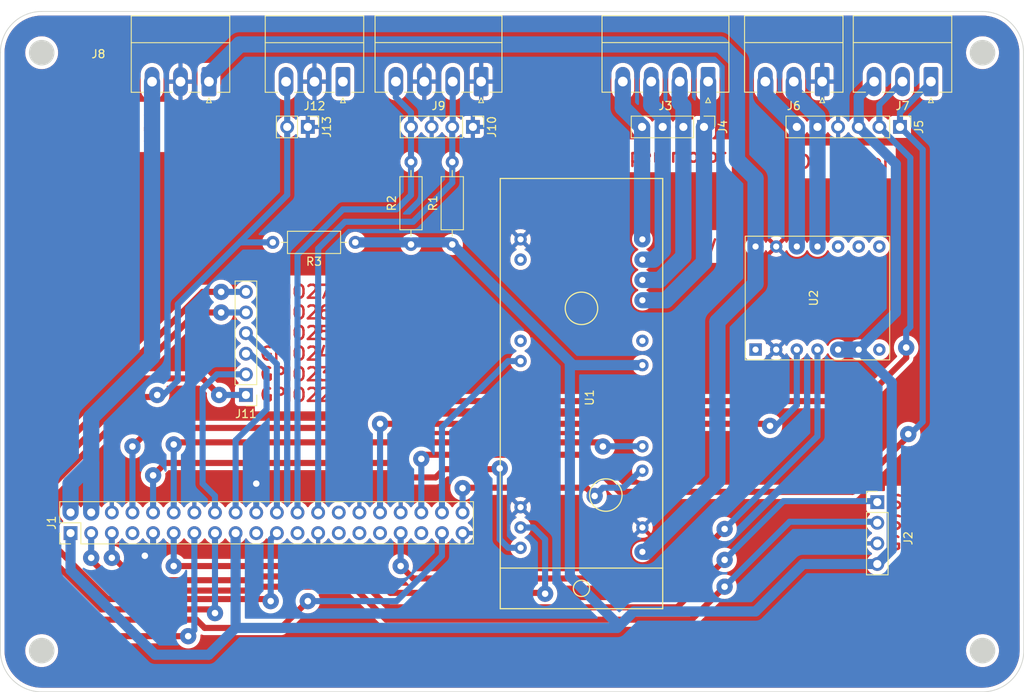
<source format=kicad_pcb>
(kicad_pcb (version 20211014) (generator pcbnew)
  (layers (0 "F.Cu" signal) (31 "B.Cu" signal) (34 "B.Paste" user) (35 "F.Paste" user) (36 "B.SilkS" user "B.Silkscreen") (37 "F.SilkS" user "F.Silkscreen") (38 "B.Mask" user) (39 "F.Mask" user) (44 "Edge.Cuts" user))
  (net 0 "")
  (net 1 "+12V")
  (net 2 "GND")
  (net 3 "Net-(J1-Pad40)")
  (net 4 "Net-(J1-Pad12)")
  (net 5 "+3.3V")
  (net 7 "Net-(J3-Pad1)")
  (net 8 "Net-(J3-Pad2)")
  (net 9 "Net-(J3-Pad3)")
  (net 10 "Net-(J3-Pad4)")
  (net 13 "Net-(J1-Pad38)")
  (net 14 "+5V")
  (net 15 "Net-(J1-Pad3)")
  (net 16 "Net-(J1-Pad5)")
  (net 17 "Net-(J1-Pad24)")
  (net 18 "Net-(J1-Pad33)")
  (net 24 "Net-(J5-Pad5)")
  (net 25 "Net-(J5-Pad6)")
  (net 27 "Net-(J1-Pad16)")
  (net 28 "Net-(J1-Pad18)")
  (net 35 "Net-(J1-Pad36)")
  (net 36 "Net-(J5-Pad2)")
  (net 37 "Net-(J1-Pad10)")
  (net 38 "Net-(J1-Pad11)")
  (net 39 "Net-(J1-Pad13)")
  (net 40 "Net-(J1-Pad15)")
  (net 41 "Net-(J1-Pad21)")
  (net 42 "Net-(J1-Pad22)")
  (net 43 "Net-(U2-Pad3)")
  (net 45 "Net-(J1-Pad37)")
  (net 47 "Net-(J10-Pad2)")
  (footprint "Resistor_THT:R_Axial_DIN0207_L6.3mm_D2.5mm_P10.16mm_Horizontal" (layer "F.Cu") (at 180.848 69.088 180)
    (fp_text reference "R3" (at 5.08 -2.37) (layer "F.SilkS"))
    (fp_text value "10k")
    (pad "1" thru_hole circle (at 0 0 180) (size 1.6 1.6) (drill 0.8) (layers *.Cu *.Mask) (net 5 "+3.3V"))
    (pad "2" thru_hole oval (at 10.16 0 180) (size 1.6 1.6) (drill 0.8) (layers *.Cu *.Mask) (net 41 "Net-(J1-Pad21)"))
  )
  (footprint "Resistor_THT:R_Axial_DIN0207_L6.3mm_D2.5mm_P10.16mm_Horizontal" (layer "F.Cu") (at 192.786 69.342 90)
    (fp_text reference "R1" (at 5.08 -2.37 90) (layer "F.SilkS"))
    (fp_text value "10k")
    (pad "1" thru_hole circle (at 0 0 90) (size 1.6 1.6) (drill 0.8) (layers *.Cu *.Mask) (net 5 "+3.3V"))
    (pad "2" thru_hole oval (at 10.16 0 90) (size 1.6 1.6) (drill 0.8) (layers *.Cu *.Mask) (net 47 "Net-(J10-Pad2)"))
  )
  (footprint "Connector_PinHeader_2.54mm:PinHeader_1x04_P2.54mm_Vertical" (layer "F.Cu") (at 223.774 54.864 -90)
    (fp_text reference "J4" (at 0 -2.33 90) (layer "F.SilkS"))
    (fp_text value "Conn_01x04_Male")
    (pad "1" thru_hole rect (at 0 0 270) (size 1.7 1.7) (drill 1) (layers *.Cu *.Mask) (net 7 "Net-(J3-Pad1)"))
    (pad "2" thru_hole oval (at 0 2.54 270) (size 1.7 1.7) (drill 1) (layers *.Cu *.Mask) (net 8 "Net-(J3-Pad2)"))
    (pad "3" thru_hole oval (at 0 5.08 270) (size 1.7 1.7) (drill 1) (layers *.Cu *.Mask) (net 9 "Net-(J3-Pad3)"))
    (pad "4" thru_hole oval (at 0 7.62 270) (size 1.7 1.7) (drill 1) (layers *.Cu *.Mask) (net 10 "Net-(J3-Pad4)"))
  )
  (footprint "Connector_PinHeader_2.54mm:PinHeader_2x20_P2.54mm_Vertical" (layer "F.Cu") (at 145.796 104.902 90)
    (fp_text reference "J1" (at 1.27 -2.33 90) (layer "F.SilkS"))
    (fp_text value "Raspberry_Pi_2_3")
    (pad "1" thru_hole rect (at 0 0 90) (size 1.7 1.7) (drill 1) (layers *.Cu *.Mask) (net 5 "+3.3V"))
    (pad "2" thru_hole oval (at 2.54 0 90) (size 1.7 1.7) (drill 1) (layers *.Cu *.Mask) (net 14 "+5V"))
    (pad "3" thru_hole oval (at 0 2.54 90) (size 1.7 1.7) (drill 1) (layers *.Cu *.Mask) (net 15 "Net-(J1-Pad3)"))
    (pad "4" thru_hole oval (at 2.54 2.54 90) (size 1.7 1.7) (drill 1) (layers *.Cu *.Mask) (net 14 "+5V"))
    (pad "5" thru_hole oval (at 0 5.08 90) (size 1.7 1.7) (drill 1) (layers *.Cu *.Mask) (net 16 "Net-(J1-Pad5)"))
    (pad "6" thru_hole oval (at 2.54 5.08 90) (size 1.7 1.7) (drill 1) (layers *.Cu *.Mask) (net 2 "GND"))
    (pad "7" thru_hole oval (at 0 7.62 90) (size 1.7 1.7) (drill 1) (layers *.Cu *.Mask))
    (pad "8" thru_hole oval (at 2.54 7.62 90) (size 1.7 1.7) (drill 1) (layers *.Cu *.Mask) (net 36 "Net-(J5-Pad2)"))
    (pad "9" thru_hole oval (at 0 10.16 90) (size 1.7 1.7) (drill 1) (layers *.Cu *.Mask) (net 2 "GND"))
    (pad "10" thru_hole oval (at 2.54 10.16 90) (size 1.7 1.7) (drill 1) (layers *.Cu *.Mask) (net 37 "Net-(J1-Pad10)"))
    (pad "11" thru_hole oval (at 0 12.7 90) (size 1.7 1.7) (drill 1) (layers *.Cu *.Mask) (net 38 "Net-(J1-Pad11)"))
    (pad "12" thru_hole oval (at 2.54 12.7 90) (size 1.7 1.7) (drill 1) (layers *.Cu *.Mask) (net 4 "Net-(J1-Pad12)"))
    (pad "13" thru_hole oval (at 0 15.24 90) (size 1.7 1.7) (drill 1) (layers *.Cu *.Mask) (net 39 "Net-(J1-Pad13)"))
    (pad "14" thru_hole oval (at 2.54 15.24 90) (size 1.7 1.7) (drill 1) (layers *.Cu *.Mask) (net 2 "GND"))
    (pad "15" thru_hole oval (at 0 17.78 90) (size 1.7 1.7) (drill 1) (layers *.Cu *.Mask) (net 40 "Net-(J1-Pad15)"))
    (pad "16" thru_hole oval (at 2.54 17.78 90) (size 1.7 1.7) (drill 1) (layers *.Cu *.Mask) (net 27 "Net-(J1-Pad16)"))
    (pad "17" thru_hole oval (at 0 20.32 90) (size 1.7 1.7) (drill 1) (layers *.Cu *.Mask) (net 5 "+3.3V"))
    (pad "18" thru_hole oval (at 2.54 20.32 90) (size 1.7 1.7) (drill 1) (layers *.Cu *.Mask) (net 28 "Net-(J1-Pad18)"))
    (pad "19" thru_hole oval (at 0 22.86 90) (size 1.7 1.7) (drill 1) (layers *.Cu *.Mask))
    (pad "20" thru_hole oval (at 2.54 22.86 90) (size 1.7 1.7) (drill 1) (layers *.Cu *.Mask) (net 2 "GND"))
    (pad "21" thru_hole oval (at 0 25.4 90) (size 1.7 1.7) (drill 1) (layers *.Cu *.Mask) (net 41 "Net-(J1-Pad21)"))
    (pad "22" thru_hole oval (at 2.54 25.4 90) (size 1.7 1.7) (drill 1) (layers *.Cu *.Mask) (net 42 "Net-(J1-Pad22)"))
    (pad "23" thru_hole oval (at 0 27.94 90) (size 1.7 1.7) (drill 1) (layers *.Cu *.Mask))
    (pad "24" thru_hole oval (at 2.54 27.94 90) (size 1.7 1.7) (drill 1) (layers *.Cu *.Mask) (net 17 "Net-(J1-Pad24)"))
    (pad "25" thru_hole oval (at 0 30.48 90) (size 1.7 1.7) (drill 1) (layers *.Cu *.Mask) (net 2 "GND"))
    (pad "26" thru_hole oval (at 2.54 30.48 90) (size 1.7 1.7) (drill 1) (layers *.Cu *.Mask) (net 47 "Net-(J10-Pad2)"))
    (pad "27" thru_hole oval (at 0 33.02 90) (size 1.7 1.7) (drill 1) (layers *.Cu *.Mask))
    (pad "28" thru_hole oval (at 2.54 33.02 90) (size 1.7 1.7) (drill 1) (layers *.Cu *.Mask))
    (pad "29" thru_hole oval (at 0 35.56 90) (size 1.7 1.7) (drill 1) (layers *.Cu *.Mask))
    (pad "30" thru_hole oval (at 2.54 35.56 90) (size 1.7 1.7) (drill 1) (layers *.Cu *.Mask) (net 2 "GND"))
    (pad "31" thru_hole oval (at 0 38.1 90) (size 1.7 1.7) (drill 1) (layers *.Cu *.Mask))
    (pad "32" thru_hole oval (at 2.54 38.1 90) (size 1.7 1.7) (drill 1) (layers *.Cu *.Mask) (net 43 "Net-(U2-Pad3)"))
    (pad "33" thru_hole oval (at 0 40.64 90) (size 1.7 1.7) (drill 1) (layers *.Cu *.Mask) (net 18 "Net-(J1-Pad33)"))
    (pad "34" thru_hole oval (at 2.54 40.64 90) (size 1.7 1.7) (drill 1) (layers *.Cu *.Mask) (net 2 "GND"))
    (pad "35" thru_hole oval (at 0 43.18 90) (size 1.7 1.7) (drill 1) (layers *.Cu *.Mask))
    (pad "36" thru_hole oval (at 2.54 43.18 90) (size 1.7 1.7) (drill 1) (layers *.Cu *.Mask) (net 35 "Net-(J1-Pad36)"))
    (pad "37" thru_hole oval (at 0 45.72 90) (size 1.7 1.7) (drill 1) (layers *.Cu *.Mask) (net 45 "Net-(J1-Pad37)"))
    (pad "38" thru_hole oval (at 2.54 45.72 90) (size 1.7 1.7) (drill 1) (layers *.Cu *.Mask) (net 13 "Net-(J1-Pad38)"))
    (pad "39" thru_hole oval (at 0 48.26 90) (size 1.7 1.7) (drill 1) (layers *.Cu *.Mask) (net 2 "GND"))
    (pad "40" thru_hole oval (at 2.54 48.26 90) (size 1.7 1.7) (drill 1) (layers *.Cu *.Mask) (net 3 "Net-(J1-Pad40)"))
  )
  (footprint "Connector_Phoenix_MC:PhoenixContact_MC_1,5_3-G-3.5_1x03_P3.50mm_Horizontal" (layer "F.Cu") (at 162.83 49.2875 180)
    (fp_text reference "J8" (at 13.605 3.4) (layer "F.SilkS"))
    (fp_text value "Conn_01x03_Male")
    (pad "1" thru_hole roundrect (at 0 0 180) (size 1.8 3.6) (drill 1.2) (layers *.Cu *.Mask) (roundrect_rratio 0.1388888889) (net 1 "+12V"))
    (pad "2" thru_hole oval (at 3.5 0 180) (size 1.8 3.6) (drill 1.2) (layers *.Cu *.Mask) (net 2 "GND"))
    (pad "3" thru_hole oval (at 7 0 180) (size 1.8 3.6) (drill 1.2) (layers *.Cu *.Mask) (net 14 "+5V"))
  )
  (footprint "Connector_Phoenix_MC:PhoenixContact_MC_1,5_4-G-3.5_1x04_P3.50mm_Horizontal" (layer "F.Cu") (at 196.342 49.276 180)
    (fp_text reference "J9" (at 5.25 -3) (layer "F.SilkS"))
    (fp_text value "Conn_01x04_Male")
    (pad "1" thru_hole roundrect (at 0 0 180) (size 1.8 3.6) (drill 1.2) (layers *.Cu *.Mask) (roundrect_rratio 0.1388888889) (net 2 "GND"))
    (pad "2" thru_hole oval (at 3.5 0 180) (size 1.8 3.6) (drill 1.2) (layers *.Cu *.Mask) (net 47 "Net-(J10-Pad2)"))
    (pad "3" thru_hole oval (at 7 0 180) (size 1.8 3.6) (drill 1.2) (layers *.Cu *.Mask) (net 2 "GND"))
    (pad "4" thru_hole oval (at 10.5 0 180) (size 1.8 3.6) (drill 1.2) (layers *.Cu *.Mask) (net 17 "Net-(J1-Pad24)"))
  )
  (footprint "Connector_PinHeader_2.54mm:PinHeader_1x04_P2.54mm_Vertical" (layer "F.Cu") (at 245.11 101.092)
    (fp_text reference "J2" (at 3.81 4.445 90) (layer "F.SilkS"))
    (fp_text value "Conn_01x04_Male")
    (pad "1" thru_hole rect (at 0 0) (size 1.7 1.7) (drill 1) (layers *.Cu *.Mask) (net 16 "Net-(J1-Pad5)"))
    (pad "2" thru_hole oval (at 0 2.54) (size 1.7 1.7) (drill 1) (layers *.Cu *.Mask) (net 15 "Net-(J1-Pad3)"))
    (pad "3" thru_hole oval (at 0 5.08) (size 1.7 1.7) (drill 1) (layers *.Cu *.Mask) (net 2 "GND"))
    (pad "4" thru_hole oval (at 0 7.62) (size 1.7 1.7) (drill 1) (layers *.Cu *.Mask) (net 5 "+3.3V"))
  )
  (footprint "Resistor_THT:R_Axial_DIN0207_L6.3mm_D2.5mm_P10.16mm_Horizontal" (layer "F.Cu") (at 187.706 69.342 90)
    (fp_text reference "R2" (at 5.08 -2.37 90) (layer "F.SilkS"))
    (fp_text value "10k")
    (pad "1" thru_hole circle (at 0 0 90) (size 1.6 1.6) (drill 0.8) (layers *.Cu *.Mask) (net 5 "+3.3V"))
    (pad "2" thru_hole oval (at 10.16 0 90) (size 1.6 1.6) (drill 0.8) (layers *.Cu *.Mask) (net 17 "Net-(J1-Pad24)"))
  )
  (footprint "Connector_Phoenix_MC:PhoenixContact_MC_1,5_3-G-3.5_1x03_P3.50mm_Horizontal" (layer "F.Cu") (at 238.329 49.276 180)
    (fp_text reference "J6" (at 3.5 -3) (layer "F.SilkS"))
    (fp_text value "Conn_01x03_Male")
    (pad "1" thru_hole roundrect (at 0 0 180) (size 1.8 3.6) (drill 1.2) (layers *.Cu *.Mask) (roundrect_rratio 0.1388888889) (net 2 "GND"))
    (pad "2" thru_hole oval (at 3.5 0 180) (size 1.8 3.6) (drill 1.2) (layers *.Cu *.Mask) (net 24 "Net-(J5-Pad5)"))
    (pad "3" thru_hole oval (at 7 0 180) (size 1.8 3.6) (drill 1.2) (layers *.Cu *.Mask) (net 25 "Net-(J5-Pad6)"))
  )
  (footprint "Connector_PinHeader_2.54mm:PinHeader_1x02_P2.54mm_Vertical" (layer "F.Cu") (at 175.006 54.864 -90)
    (fp_text reference "J13" (at 0 -2.33 90) (layer "F.SilkS"))
    (fp_text value "Conn_01x02_Male")
    (pad "1" thru_hole rect (at 0 0 270) (size 1.7 1.7) (drill 1) (layers *.Cu *.Mask) (net 2 "GND"))
    (pad "2" thru_hole oval (at 0 2.54 270) (size 1.7 1.7) (drill 1) (layers *.Cu *.Mask) (net 41 "Net-(J1-Pad21)"))
  )
  (footprint "Connector_PinHeader_2.54mm:PinHeader_1x06_P2.54mm_Vertical" (layer "F.Cu") (at 247.904 54.864 -90)
    (fp_text reference "J5" (at 0 -2.33 -270) (layer "F.SilkS"))
    (fp_text value "Conn_01x06_Male")
    (pad "1" thru_hole rect (at 0 0 270) (size 1.7 1.7) (drill 1) (layers *.Cu *.Mask) (net 35 "Net-(J1-Pad36)"))
    (pad "2" thru_hole oval (at 0 2.54 270) (size 1.7 1.7) (drill 1) (layers *.Cu *.Mask) (net 36 "Net-(J5-Pad2)"))
    (pad "3" thru_hole oval (at 0 5.08 270) (size 1.7 1.7) (drill 1) (layers *.Cu *.Mask) (net 5 "+3.3V"))
    (pad "4" thru_hole oval (at 0 7.62 270) (size 1.7 1.7) (drill 1) (layers *.Cu *.Mask) (net 2 "GND"))
    (pad "5" thru_hole oval (at 0 10.16 270) (size 1.7 1.7) (drill 1) (layers *.Cu *.Mask) (net 24 "Net-(J5-Pad5)"))
    (pad "6" thru_hole oval (at 0 12.7 270) (size 1.7 1.7) (drill 1) (layers *.Cu *.Mask) (net 25 "Net-(J5-Pad6)"))
  )
  (footprint "Connector_PinHeader_2.54mm:PinHeader_1x06_P2.54mm_Vertical" (layer "F.Cu") (at 167.386 87.884 180)
    (fp_text reference "J11" (at 0 -2.33) (layer "F.SilkS"))
    (fp_text value "Conn_01x06_Male")
    (pad "1" thru_hole rect (at 0 0 180) (size 1.7 1.7) (drill 1) (layers *.Cu *.Mask) (net 40 "Net-(J1-Pad15)"))
    (pad "2" thru_hole oval (at 0 2.54 180) (size 1.7 1.7) (drill 1) (layers *.Cu *.Mask) (net 27 "Net-(J1-Pad16)"))
    (pad "3" thru_hole oval (at 0 5.08 180) (size 1.7 1.7) (drill 1) (layers *.Cu *.Mask) (net 28 "Net-(J1-Pad18)"))
    (pad "4" thru_hole oval (at 0 7.62 180) (size 1.7 1.7) (drill 1) (layers *.Cu *.Mask) (net 42 "Net-(J1-Pad22)"))
    (pad "5" thru_hole oval (at 0 10.16 180) (size 1.7 1.7) (drill 1) (layers *.Cu *.Mask) (net 45 "Net-(J1-Pad37)"))
    (pad "6" thru_hole oval (at 0 12.7 180) (size 1.7 1.7) (drill 1) (layers *.Cu *.Mask) (net 39 "Net-(J1-Pad13)"))
  )
  (footprint "Connector_PinHeader_2.54mm:PinHeader_1x04_P2.54mm_Vertical" (layer "F.Cu") (at 195.326 54.864 -90)
    (fp_text reference "J10" (at 0 -2.33 90) (layer "F.SilkS"))
    (fp_text value "Conn_01x04_Male")
    (pad "1" thru_hole rect (at 0 0 270) (size 1.7 1.7) (drill 1) (layers *.Cu *.Mask) (net 2 "GND"))
    (pad "2" thru_hole oval (at 0 2.54 270) (size 1.7 1.7) (drill 1) (layers *.Cu *.Mask) (net 47 "Net-(J10-Pad2)"))
    (pad "3" thru_hole oval (at 0 5.08 270) (size 1.7 1.7) (drill 1) (layers *.Cu *.Mask) (net 2 "GND"))
    (pad "4" thru_hole oval (at 0 7.62 270) (size 1.7 1.7) (drill 1) (layers *.Cu *.Mask) (net 17 "Net-(J1-Pad24)"))
  )
  (footprint "Custom:DRV8874 Single Brushed DC Motor Driver" (layer "F.Cu") (at 230.124 82.296 90)
    (fp_text reference "U2" (at 6.35 7.16 90 unlocked) (layer "F.SilkS"))
    (fp_text value "DRV8874_Single_Brushed_DC_Motor_Driver")
    (pad "1" thru_hole rect (at 0 0 90) (size 1.524 1.524) (drill 0.762) (layers *.Cu *.Mask))
    (pad "2" thru_hole circle (at 0 2.54 90) (size 1.524 1.524) (drill 0.762) (layers *.Cu *.Mask) (net 2 "GND"))
    (pad "3" thru_hole circle (at 0 5.08 90) (size 1.524 1.524) (drill 0.762) (layers *.Cu *.Mask) (net 43 "Net-(U2-Pad3)"))
    (pad "4" thru_hole circle (at 0 7.62 90) (size 1.524 1.524) (drill 0.762) (layers *.Cu *.Mask) (net 18 "Net-(J1-Pad33)"))
    (pad "5" thru_hole circle (at 0 10.16 90) (size 1.524 1.524) (drill 0.762) (layers *.Cu *.Mask) (net 5 "+3.3V"))
    (pad "6" thru_hole circle (at 0 12.7 90) (size 1.524 1.524) (drill 0.762) (layers *.Cu *.Mask) (net 5 "+3.3V"))
    (pad "7" thru_hole circle (at 0 15.24 90) (size 1.524 1.524) (drill 0.762) (layers *.Cu *.Mask))
    (pad "8" thru_hole circle (at 12.7 15.24 90) (size 1.524 1.524) (drill 0.762) (layers *.Cu *.Mask))
    (pad "9" thru_hole circle (at 12.7 12.7 90) (size 1.524 1.524) (drill 0.762) (layers *.Cu *.Mask))
    (pad "10" thru_hole circle (at 12.7 10.16 90) (size 1.524 1.524) (drill 0.762) (layers *.Cu *.Mask))
    (pad "11" thru_hole circle (at 12.7 7.62 90) (size 1.524 1.524) (drill 0.762) (layers *.Cu *.Mask) (net 24 "Net-(J5-Pad5)"))
    (pad "12" thru_hole circle (at 12.7 5.08 90) (size 1.524 1.524) (drill 0.762) (layers *.Cu *.Mask) (net 25 "Net-(J5-Pad6)"))
    (pad "13" thru_hole circle (at 12.7 2.54 90) (size 1.524 1.524) (drill 0.762) (layers *.Cu *.Mask) (net 2 "GND"))
    (pad "14" thru_hole circle (at 12.7 0 90) (size 1.524 1.524) (drill 0.762) (layers *.Cu *.Mask) (net 1 "+12V"))
  )
  (footprint "Connector_Phoenix_MC:PhoenixContact_MC_1,5_3-G-3.5_1x03_P3.50mm_Horizontal" (layer "F.Cu") (at 251.714 49.276 180)
    (fp_text reference "J7" (at 3.5 -3) (layer "F.SilkS"))
    (fp_text value "Conn_01x03_Male")
    (pad "1" thru_hole roundrect (at 0 0 180) (size 1.8 3.6) (drill 1.2) (layers *.Cu *.Mask) (roundrect_rratio 0.1388888889) (net 35 "Net-(J1-Pad36)"))
    (pad "2" thru_hole oval (at 3.5 0 180) (size 1.8 3.6) (drill 1.2) (layers *.Cu *.Mask) (net 36 "Net-(J5-Pad2)"))
    (pad "3" thru_hole oval (at 7 0 180) (size 1.8 3.6) (drill 1.2) (layers *.Cu *.Mask) (net 5 "+3.3V"))
  )
  (footprint "easy_stepper_driver:easy_stepper_driver" (layer "F.Cu") (at 218.694 61.214 90)
    (fp_text reference "U1" (at -27 -9 90) (layer "F.SilkS"))
    (fp_text value "easy_stepper_driver")
    (pad "1" thru_hole circle locked (at -46 -2.5 90) (size 1.524 1.524) (drill 0.762) (layers *.Cu *.Mask) (net 1 "+12V"))
    (pad "2" thru_hole circle locked (at -43 -2.5 90) (size 1.524 1.524) (drill 0.762) (layers *.Cu *.Mask) (net 2 "GND"))
    (pad "3" thru_hole circle locked (at -36 -2.5 90) (size 1.524 1.524) (drill 0.762) (layers *.Cu *.Mask) (net 3 "Net-(J1-Pad40)"))
    (pad "4" thru_hole circle locked (at -33 -2.5 90) (size 1.524 1.524) (drill 0.762) (layers *.Cu *.Mask) (net 4 "Net-(J1-Pad12)"))
    (pad "5" thru_hole circle locked (at -23 -2.5 90) (size 1.524 1.524) (drill 0.762) (layers *.Cu *.Mask) (net 5 "+3.3V"))
    (pad "6" thru_hole circle locked (at -20 -2.5 90) (size 1.524 1.524) (drill 0.762) (layers *.Cu *.Mask))
    (pad "7" thru_hole circle locked (at -15 -2.5 90) (size 1.524 1.524) (drill 0.762) (layers *.Cu *.Mask) (net 7 "Net-(J3-Pad1)"))
    (pad "8" thru_hole circle locked (at -12.5 -2.5 90) (size 1.524 1.524) (drill 0.762) (layers *.Cu *.Mask) (net 8 "Net-(J3-Pad2)"))
    (pad "9" thru_hole circle locked (at -10 -2.5 90) (size 1.524 1.524) (drill 0.762) (layers *.Cu *.Mask) (net 9 "Net-(J3-Pad3)"))
    (pad "10" thru_hole circle locked (at -7.5 -2.5 90) (size 1.524 1.524) (drill 0.762) (layers *.Cu *.Mask) (net 10 "Net-(J3-Pad4)"))
    (pad "11" thru_hole circle locked (at -7.5 -17.5 90) (size 1.524 1.524) (drill 0.762) (layers *.Cu *.Mask) (net 2 "GND"))
    (pad "12" thru_hole circle locked (at -10 -17.5 90) (size 1.524 1.524) (drill 0.762) (layers *.Cu *.Mask))
    (pad "13" thru_hole circle locked (at -20 -17.5 90) (size 1.524 1.524) (drill 0.762) (layers *.Cu *.Mask))
    (pad "14" thru_hole circle locked (at -22.5 -17.5 90) (size 1.524 1.524) (drill 0.762) (layers *.Cu *.Mask) (net 13 "Net-(J1-Pad38)"))
    (pad "15" thru_hole circle locked (at -40.5 -17.5 90) (size 1.524 1.524) (drill 0.762) (layers *.Cu *.Mask) (net 2 "GND"))
    (pad "16" thru_hole circle locked (at -43 -17.5 90) (size 1.524 1.524) (drill 0.762) (layers *.Cu *.Mask) (net 38 "Net-(J1-Pad11)"))
    (pad "17" thru_hole circle locked (at -45.5 -17.5 90) (size 1.524 1.524) (drill 0.762) (layers *.Cu *.Mask) (net 37 "Net-(J1-Pad10)"))
  )
  (footprint "Connector_Phoenix_MC:PhoenixContact_MC_1,5_4-G-3.5_1x04_P3.50mm_Horizontal" (layer "F.Cu") (at 224.282 49.276 180)
    (fp_text reference "J3" (at 5.25 -3) (layer "F.SilkS"))
    (fp_text value "Conn_01x04_Male")
    (pad "1" thru_hole roundrect (at 0 0 180) (size 1.8 3.6) (drill 1.2) (layers *.Cu *.Mask) (roundrect_rratio 0.1388888889) (net 7 "Net-(J3-Pad1)"))
    (pad "2" thru_hole oval (at 3.5 0 180) (size 1.8 3.6) (drill 1.2) (layers *.Cu *.Mask) (net 8 "Net-(J3-Pad2)"))
    (pad "3" thru_hole oval (at 7 0 180) (size 1.8 3.6) (drill 1.2) (layers *.Cu *.Mask) (net 9 "Net-(J3-Pad3)"))
    (pad "4" thru_hole oval (at 10.5 0 180) (size 1.8 3.6) (drill 1.2) (layers *.Cu *.Mask) (net 10 "Net-(J3-Pad4)"))
  )
  (footprint "Connector_Phoenix_MC:PhoenixContact_MC_1,5_3-G-3.5_1x03_P3.50mm_Horizontal" (layer "F.Cu") (at 179.324 49.2875 180)
    (fp_text reference "J12" (at 3.5 -3) (layer "F.SilkS"))
    (fp_text value "Conn_01x03_Male")
    (pad "1" thru_hole roundrect (at 0 0 180) (size 1.8 3.6) (drill 1.2) (layers *.Cu *.Mask) (roundrect_rratio 0.1388888889))
    (pad "2" thru_hole oval (at 3.5 0 180) (size 1.8 3.6) (drill 1.2) (layers *.Cu *.Mask) (net 2 "GND"))
    (pad "3" thru_hole oval (at 7 0 180) (size 1.8 3.6) (drill 1.2) (layers *.Cu *.Mask) (net 41 "Net-(J1-Pad21)"))
  )
  (gr_arc (start 137.16 45.72) (mid 138.647898 42.127898) (end 142.24 40.64) (layer "Edge.Cuts") (width 0.1))
  (gr_circle (center 258.064 45.72) (end 259.588 45.72) (layer "Edge.Cuts") (width 0.1) (fill solid))
  (gr_circle (center 258.064 119.38) (end 259.588 119.38) (layer "Edge.Cuts") (width 0.1) (fill solid))
  (gr_arc (start 142.24 124.46) (mid 138.647898 122.972102) (end 137.16 119.38) (layer "Edge.Cuts") (width 0.1))
  (gr_line (start 258.027898 40.64) (end 142.24 40.64) (layer "Edge.Cuts") (width 0.1))
  (gr_circle (center 142.24 45.72) (end 143.764 45.72) (layer "Edge.Cuts") (width 0.1) (fill solid))
  (gr_arc (start 258.027898 40.64) (mid 261.62 42.127898) (end 263.107898 45.72) (layer "Edge.Cuts") (width 0.1))
  (gr_circle (center 142.24 119.38) (end 143.764 119.38) (layer "Edge.Cuts") (width 0.1) (fill solid))
  (gr_line (start 263.144 119.38) (end 263.107898 45.756102) (layer "Edge.Cuts") (width 0.1))
  (gr_line (start 142.24 124.46) (end 258.064 124.46) (layer "Edge.Cuts") (width 0.1))
  (gr_line (start 137.16 45.72) (end 137.16 119.38) (layer "Edge.Cuts") (width 0.1))
  (gr_arc (start 263.144 119.38) (mid 261.656102 122.972102) (end 258.064 124.46) (layer "Edge.Cuts") (width 0.1))
  (gr_text "GPIO25" (at 173.482 80.264) (layer "F.Cu") (effects (font (size 1.6 1.6) (thickness 0.3))))
  (gr_text "DC motor\n" (at 241.046 59.182) (layer "F.Cu") (effects (font (size 1.6 1.6) (thickness 0.3))))
  (gr_text "GPIO22\n" (at 173.482 87.884) (layer "F.Cu") (effects (font (size 1.6 1.6) (thickness 0.3))))
  (gr_text "SCL" (at 248.92 101.092) (layer "F.Cu") (effects (font (size 1.6 1.6) (thickness 0.3))))
  (gr_text "GPIO23\n" (at 173.482 85.344) (layer "F.Cu") (effects (font (size 1.6 1.6) (thickness 0.3))))
  (gr_text "Stepper motor" (at 217.932 58.42) (layer "F.Cu") (effects (font (size 1.6 1.6) (thickness 0.3))))
  (gr_text "+12V\n" (at 162.814 55.88 270) (layer "F.Cu") (effects (font (size 1.6 1.7) (thickness 0.3))))
  (gr_text "+3.3V" (at 250.698 108.712) (layer "F.Cu") (effects (font (size 1.6 1.8) (thickness 0.3))))
  (gr_text "GND" (at 248.92 106.172) (layer "F.Cu") (effects (font (size 1.6 1.6) (thickness 0.3))))
  (gr_text "VIN" (at 225.806 69.596) (layer "F.Cu") (effects (font (size 1.6 1.6) (thickness 0.3))))
  (gr_text "SDA" (at 248.92 103.632) (layer "F.Cu") (effects (font (size 1.6 1.6) (thickness 0.3))))
  (gr_text "+5V" (at 155.702 54.864 270) (layer "F.Cu") (effects (font (size 1.6 1.6) (thickness 0.3))))
  (gr_text "GPIO24\n" (at 173.482 82.804) (layer "F.Cu") (effects (font (size 1.6 1.6) (thickness 0.3))))
  (gr_text "GPIO27" (at 173.482 75.184) (layer "F.Cu") (effects (font (size 1.6 1.6) (thickness 0.3))))
  (gr_text "GPIO26\n" (at 173.482 77.724) (layer "F.Cu") (effects (font (size 1.6 1.6) (thickness 0.3))))
  (segment (start 216.636 107.214) (end 216.194 107.214) (width 2) (layer "B.Cu") (net 1))
  (segment (start 166.624 44.704) (end 225.806 44.704) (width 2) (layer "B.Cu") (net 1))
  (segment (start 225.425 98.425) (end 216.636 107.214) (width 2) (layer "B.Cu") (net 1))
  (segment (start 227.838 46.736) (end 227.838 58.928) (width 2) (layer "B.Cu") (net 1))
  (segment (start 162.83 48.498) (end 166.624 44.704) (width 2) (layer "B.Cu") (net 1))
  (segment (start 230.124 69.596) (end 230.124 74.168) (width 2) (layer "B.Cu") (net 1))
  (segment (start 225.806 44.704) (end 227.838 46.736) (width 2) (layer "B.Cu") (net 1))
  (segment (start 227.838 58.928) (end 230.124 61.214) (width 2) (layer "B.Cu") (net 1))
  (segment (start 230.124 74.168) (end 225.425 78.867) (width 2) (layer "B.Cu") (net 1))
  (segment (start 225.425 78.867) (end 225.425 98.425) (width 2) (layer "B.Cu") (net 1))
  (segment (start 230.124 61.214) (end 230.124 69.596) (width 2) (layer "B.Cu") (net 1))
  (segment (start 162.83 49.2875) (end 162.83 48.498) (width 2) (layer "B.Cu") (net 1))
  (via (at 168.656 98.806) (size 2) (drill 0.8) (layers "F.Cu" "B.Cu") (net 2))
  (via (at 154.94 107.696) (size 2) (drill 0.8) (layers "F.Cu" "B.Cu") (net 2))
  (segment (start 168.656 102.362) (end 168.656 98.806) (width 0.75) (layer "B.Cu") (net 2))
  (segment (start 155.956 104.902) (end 155.956 106.68) (width 0.75) (layer "B.Cu") (net 2))
  (segment (start 155.956 106.68) (end 154.94 107.696) (width 0.75) (layer "B.Cu") (net 2))
  (segment (start 194.1065 99.314) (end 194.056 99.3645) (width 0.75) (layer "F.Cu") (net 3))
  (segment (start 210.312 100.33) (end 209.296 99.314) (width 0.75) (layer "F.Cu") (net 3))
  (segment (start 209.296 99.314) (end 194.1065 99.314) (width 0.75) (layer "F.Cu") (net 3))
  (via (at 210.312 100.33) (size 2) (drill 0.8) (layers "F.Cu" "B.Cu") (net 3))
  (via (at 194.056 99.3645) (size 2) (drill 0.8) (layers "F.Cu" "B.Cu") (net 3))
  (segment (start 213.868 99.314) (end 215.968 97.214) (width 0.75) (layer "B.Cu") (net 3))
  (segment (start 194.056 99.3645) (end 194.056 102.362) (width 0.75) (layer "B.Cu") (net 3))
  (segment (start 210.312 100.33) (end 211.328 99.314) (width 0.75) (layer "B.Cu") (net 3))
  (segment (start 215.968 97.214) (end 216.194 97.214) (width 0.75) (layer "B.Cu") (net 3))
  (segment (start 211.328 99.314) (end 213.868 99.314) (width 0.75) (layer "B.Cu") (net 3))
  (segment (start 158.75 93.726) (end 210.82 93.726) (width 0.75) (layer "F.Cu") (net 4))
  (segment (start 210.82 93.726) (end 211.328 94.234) (width 0.75) (layer "F.Cu") (net 4))
  (segment (start 158.496 93.98) (end 158.75 93.726) (width 0.75) (layer "F.Cu") (net 4))
  (via (at 158.496 93.98) (size 2) (drill 0.8) (layers "F.Cu" "B.Cu") (net 4))
  (via (at 211.328 94.234) (size 2) (drill 0.8) (layers "F.Cu" "B.Cu") (net 4))
  (segment (start 211.348 94.214) (end 216.194 94.214) (width 0.75) (layer "B.Cu") (net 4))
  (segment (start 211.328 94.234) (end 211.348 94.214) (width 0.75) (layer "B.Cu") (net 4))
  (segment (start 158.496 93.98) (end 158.496 102.362) (width 0.75) (layer "B.Cu") (net 4))
  (segment (start 192.786 69.342) (end 207.658 84.214) (width 1.25) (layer "B.Cu") (net 5))
  (segment (start 215.138 114.554) (end 230.124 114.554) (width 1.25) (layer "B.Cu") (net 5))
  (segment (start 240.284 82.296) (end 242.824 82.296) (width 2) (layer "B.Cu") (net 5))
  (segment (start 246.888 86.36) (end 242.824 82.296) (width 1.25) (layer "B.Cu") (net 5))
  (segment (start 242.824 51.166) (end 244.714 49.276) (width 1.25) (layer "B.Cu") (net 5))
  (segment (start 235.966 108.712) (end 245.11 108.712) (width 1.25) (layer "B.Cu") (net 5))
  (segment (start 246.888 106.934) (end 246.888 86.36) (width 1.25) (layer "B.Cu") (net 5))
  (segment (start 187.706 69.342) (end 187.96 69.088) (width 1.25) (layer "B.Cu") (net 5))
  (segment (start 192.532 69.088) (end 192.786 69.342) (width 1.25) (layer "B.Cu") (net 5))
  (segment (start 242.824 54.864) (end 247.396 59.436) (width 1.25) (layer "B.Cu") (net 5))
  (segment (start 247.396 59.436) (end 247.396 77.724) (width 1.25) (layer "B.Cu") (net 5))
  (segment (start 156.21 119.888) (end 145.796 109.474) (width 1.25) (layer "B.Cu") (net 5))
  (segment (start 145.796 109.474) (end 145.796 104.902) (width 1.25) (layer "B.Cu") (net 5))
  (segment (start 213.36 116.332) (end 215.138 114.554) (width 1.25) (layer "B.Cu") (net 5))
  (segment (start 216.194 84.214) (end 207.264 84.214) (width 1.25) (layer "B.Cu") (net 5))
  (segment (start 166.116 104.902) (end 166.116 116.586) (width 1.25) (layer "B.Cu") (net 5))
  (segment (start 166.116 116.586) (end 162.814 119.888) (width 1.25) (layer "B.Cu") (net 5))
  (segment (start 242.824 54.864) (end 242.824 51.166) (width 1.25) (layer "B.Cu") (net 5))
  (segment (start 207.264 84.214) (end 207.264 110.236) (width 1.25) (layer "B.Cu") (net 5))
  (segment (start 207.658 84.214) (end 216.194 84.214) (width 1.25) (layer "B.Cu") (net 5))
  (segment (start 187.96 69.088) (end 192.532 69.088) (width 1.25) (layer "B.Cu") (net 5))
  (segment (start 207.264 110.236) (end 213.36 116.332) (width 1.25) (layer "B.Cu") (net 5))
  (segment (start 180.848 69.088) (end 187.452 69.088) (width 1.25) (layer "B.Cu") (net 5))
  (segment (start 247.396 77.724) (end 242.824 82.296) (width 1.25) (layer "B.Cu") (net 5))
  (segment (start 245.11 108.712) (end 246.888 106.934) (width 1.25) (layer "B.Cu") (net 5))
  (segment (start 213.106 116.586) (end 213.36 116.332) (width 1.25) (layer "B.Cu") (net 5))
  (segment (start 213.106 116.586) (end 166.116 116.586) (width 1.25) (layer "B.Cu") (net 5))
  (segment (start 230.124 114.554) (end 235.966 108.712) (width 1.25) (layer "B.Cu") (net 5))
  (segment (start 187.452 69.088) (end 187.706 69.342) (width 1.25) (layer "B.Cu") (net 5))
  (segment (start 162.814 119.888) (end 156.21 119.888) (width 1.25) (layer "B.Cu") (net 5))
  (segment (start 224.282 54.356) (end 224.282 49.276) (width 2) (layer "B.Cu") (net 7))
  (segment (start 223.774 71.529384) (end 219.089384 76.214) (width 2) (layer "B.Cu") (net 7))
  (segment (start 223.774 54.864) (end 223.774 71.529384) (width 2) (layer "B.Cu") (net 7))
  (segment (start 219.089384 76.214) (end 216.194 76.214) (width 2) (layer "B.Cu") (net 7))
  (segment (start 223.774 54.864) (end 224.282 54.356) (width 2) (layer "B.Cu") (net 7))
  (segment (start 218.336692 73.714) (end 216.194 73.714) (width 2) (layer "B.Cu") (net 8))
  (segment (start 221.234 54.864) (end 221.234 52.324) (width 2) (layer "B.Cu") (net 8))
  (segment (start 221.234 52.324) (end 220.782 51.872) (width 2) (layer "B.Cu") (net 8))
  (segment (start 221.234 54.864) (end 221.234 70.816692) (width 2) (layer "B.Cu") (net 8))
  (segment (start 221.234 70.816692) (end 218.336692 73.714) (width 2) (layer "B.Cu") (net 8))
  (segment (start 220.782 51.872) (end 220.782 49.276) (width 2) (layer "B.Cu") (net 8))
  (segment (start 218.694 54.864) (end 218.694 70.104) (width 2) (layer "B.Cu") (net 9))
  (segment (start 218.694 53.594) (end 217.282 52.182) (width 2) (layer "B.Cu") (net 9))
  (segment (start 218.694 70.104) (end 217.584 71.214) (width 2) (layer "B.Cu") (net 9))
  (segment (start 217.584 71.214) (end 216.194 71.214) (width 2) (layer "B.Cu") (net 9))
  (segment (start 218.694 54.864) (end 218.694 53.594) (width 2) (layer "B.Cu") (net 9))
  (segment (start 217.282 52.182) (end 217.282 49.276) (width 2) (layer "B.Cu") (net 9))
  (segment (start 216.154 54.864) (end 213.782 52.492) (width 2) (layer "B.Cu") (net 10))
  (segment (start 216.154 54.864) (end 216.154 68.674) (width 2) (layer "B.Cu") (net 10))
  (segment (start 213.782 52.492) (end 213.782 49.276) (width 2) (layer "B.Cu") (net 10))
  (segment (start 216.154 68.674) (end 216.194 68.714) (width 2) (layer "B.Cu") (net 10))
  (segment (start 191.516 102.362) (end 191.516 91.868) (width 0.75) (layer "B.Cu") (net 13))
  (segment (start 191.516 91.868) (end 199.67 83.714) (width 0.75) (layer "B.Cu") (net 13))
  (segment (start 199.67 83.714) (end 201.194 83.714) (width 0.75) (layer "B.Cu") (net 13))
  (segment (start 145.796 98.806) (end 148.336 96.266) (width 2) (layer "B.Cu") (net 14))
  (segment (start 145.796 102.362) (end 145.796 98.806) (width 2) (layer "B.Cu") (net 14))
  (segment (start 148.336 96.266) (end 148.336 102.362) (width 2) (layer "B.Cu") (net 14))
  (segment (start 155.83 83.184) (end 148.336 90.678) (width 2) (layer "B.Cu") (net 14))
  (segment (start 148.336 90.678) (end 148.336 101.854) (width 2) (layer "B.Cu") (net 14))
  (segment (start 155.83 49.2875) (end 155.83 83.184) (width 2) (layer "B.Cu") (net 14))
  (segment (start 148.336 107.95) (end 148.336 108.204) (width 0.75) (layer "F.Cu") (net 15))
  (segment (start 152.112 111.98) (end 167.928 111.98) (width 0.75) (layer "F.Cu") (net 15))
  (segment (start 222.25 115.57) (end 226.314 111.506) (width 0.75) (layer "F.Cu") (net 15))
  (segment (start 168.402 111.506) (end 180.594 111.506) (width 0.75) (layer "F.Cu") (net 15))
  (segment (start 184.658 115.57) (end 222.25 115.57) (width 0.75) (layer "F.Cu") (net 15))
  (segment (start 180.594 111.506) (end 184.658 115.57) (width 0.75) (layer "F.Cu") (net 15))
  (segment (start 148.336 108.204) (end 152.112 111.98) (width 0.75) (layer "F.Cu") (net 15))
  (segment (start 167.928 111.98) (end 168.402 111.506) (width 0.75) (layer "F.Cu") (net 15))
  (via (at 226.314 111.506) (size 2) (drill 0.8) (layers "F.Cu" "B.Cu") (net 15))
  (via (at 148.336 107.95) (size 2) (drill 0.8) (layers "F.Cu" "B.Cu") (net 15))
  (segment (start 234.315 103.505) (end 244.983 103.505) (width 0.75) (layer "B.Cu") (net 15))
  (segment (start 226.314 111.506) (end 234.315 103.505) (width 0.75) (layer "B.Cu") (net 15))
  (segment (start 244.983 103.505) (end 245.11 103.632) (width 0.75) (layer "B.Cu") (net 15))
  (segment (start 148.336 107.95) (end 148.336 104.902) (width 0.75) (layer "B.Cu") (net 15))
  (segment (start 220.472 114.046) (end 226.314 108.204) (width 0.75) (layer "F.Cu") (net 16))
  (segment (start 181.102 110.236) (end 184.912 114.046) (width 0.75) (layer "F.Cu") (net 16))
  (segment (start 151.13 107.95) (end 153.89 110.71) (width 0.75) (layer "F.Cu") (net 16))
  (segment (start 167.894 110.236) (end 181.102 110.236) (width 0.75) (layer "F.Cu") (net 16))
  (segment (start 184.912 114.046) (end 220.472 114.046) (width 0.75) (layer "F.Cu") (net 16))
  (segment (start 153.89 110.71) (end 167.42 110.71) (width 0.75) (layer "F.Cu") (net 16))
  (segment (start 167.42 110.71) (end 167.894 110.236) (width 0.75) (layer "F.Cu") (net 16))
  (segment (start 150.876 107.95) (end 151.13 107.95) (width 0.75) (layer "F.Cu") (net 16))
  (via (at 226.314 108.204) (size 2) (drill 0.8) (layers "F.Cu" "B.Cu") (net 16))
  (via (at 150.876 107.95) (size 2) (drill 0.8) (layers "F.Cu" "B.Cu") (net 16))
  (segment (start 150.876 107.95) (end 150.876 104.902) (width 0.75) (layer "B.Cu") (net 16))
  (segment (start 226.314 108.204) (end 233.553 100.965) (width 0.75) (layer "B.Cu") (net 16))
  (segment (start 244.983 100.965) (end 245.11 101.092) (width 0.75) (layer "B.Cu") (net 16))
  (segment (start 233.553 100.965) (end 244.983 100.965) (width 0.75) (layer "B.Cu") (net 16))
  (segment (start 173.736 102.362) (end 173.736 70.612) (width 0.75) (layer "B.Cu") (net 17))
  (segment (start 173.736 70.612) (end 179.324 65.024) (width 0.75) (layer "B.Cu") (net 17))
  (segment (start 187.706 53.086) (end 187.706 54.864) (width 0.75) (layer "B.Cu") (net 17))
  (segment (start 187.706 59.182) (end 187.706 54.864) (width 0.75) (layer "B.Cu") (net 17))
  (segment (start 179.324 65.024) (end 185.928 65.024) (width 0.75) (layer "B.Cu") (net 17))
  (segment (start 185.928 65.024) (end 187.706 63.246) (width 0.75) (layer "B.Cu") (net 17))
  (segment (start 187.706 63.246) (end 187.706 59.182) (width 0.75) (layer "B.Cu") (net 17))
  (segment (start 185.842 49.276) (end 185.842 51.222) (width 0.75) (layer "B.Cu") (net 17))
  (segment (start 185.842 51.222) (end 187.706 53.086) (width 0.75) (layer "B.Cu") (net 17))
  (segment (start 220.218 110.49) (end 187.96 110.49) (width 0.75) (layer "F.Cu") (net 18))
  (segment (start 226.314 104.394) (end 220.218 110.49) (width 0.75) (layer "F.Cu") (net 18))
  (segment (start 187.96 110.49) (end 186.436 108.966) (width 0.75) (layer "F.Cu") (net 18))
  (via (at 186.436 108.966) (size 2) (drill 0.8) (layers "F.Cu" "B.Cu") (net 18))
  (via (at 226.314 104.394) (size 2) (drill 0.8) (layers "F.Cu" "B.Cu") (net 18))
  (segment (start 237.744 92.964) (end 237.744 82.296) (width 0.75) (layer "B.Cu") (net 18))
  (segment (start 226.314 104.394) (end 237.744 92.964) (width 0.75) (layer "B.Cu") (net 18))
  (segment (start 186.436 108.966) (end 186.436 104.902) (width 0.75) (layer "B.Cu") (net 18))
  (segment (start 237.744 54.864) (end 237.744 53.594) (width 2) (layer "B.Cu") (net 24))
  (segment (start 237.744 53.594) (end 234.829 50.679) (width 2) (layer "B.Cu") (net 24))
  (segment (start 234.829 50.679) (end 234.829 49.276) (width 2) (layer "B.Cu") (net 24))
  (segment (start 237.744 54.864) (end 237.744 69.596) (width 2) (layer "B.Cu") (net 24))
  (segment (start 235.204 54.864) (end 235.204 69.596) (width 2) (layer "B.Cu") (net 25))
  (segment (start 231.329 50.989) (end 231.329 49.276) (width 2) (layer "B.Cu") (net 25))
  (segment (start 235.204 54.864) (end 231.329 50.989) (width 2) (layer "B.Cu") (net 25))
  (segment (start 163.83 85.344) (end 162.052 87.122) (width 0.75) (layer "B.Cu") (net 27))
  (segment (start 167.386 85.344) (end 163.83 85.344) (width 0.75) (layer "B.Cu") (net 27))
  (segment (start 162.052 87.122) (end 162.052 98.806) (width 0.75) (layer "B.Cu") (net 27))
  (segment (start 162.052 98.806) (end 163.576 100.33) (width 0.75) (layer "B.Cu") (net 27))
  (segment (start 163.576 100.33) (end 163.576 102.362) (width 0.75) (layer "B.Cu") (net 27))
  (segment (start 169.926 89.662) (end 166.116 93.472) (width 0.75) (layer "B.Cu") (net 28))
  (segment (start 167.894 82.804) (end 169.926 84.836) (width 0.75) (layer "B.Cu") (net 28))
  (segment (start 166.116 93.472) (end 166.116 102.362) (width 0.75) (layer "B.Cu") (net 28))
  (segment (start 167.386 82.804) (end 167.894 82.804) (width 0.75) (layer "B.Cu") (net 28))
  (segment (start 169.926 84.836) (end 169.926 89.662) (width 0.75) (layer "B.Cu") (net 28))
  (segment (start 213.36 99.822) (end 242.062 99.822) (width 0.75) (layer "F.Cu") (net 35))
  (segment (start 208.788 95.25) (end 213.36 99.822) (width 0.75) (layer "F.Cu") (net 35))
  (segment (start 242.062 99.822) (end 248.92 92.964) (width 0.75) (layer "F.Cu") (net 35))
  (segment (start 188.976 95.758) (end 189.484 95.25) (width 0.75) (layer "F.Cu") (net 35))
  (segment (start 189.484 95.25) (end 208.788 95.25) (width 0.75) (layer "F.Cu") (net 35))
  (segment (start 248.92 92.964) (end 248.92 92.71) (width 0.75) (layer "F.Cu") (net 35))
  (via (at 248.92 92.71) (size 2) (drill 0.8) (layers "F.Cu" "B.Cu") (net 35))
  (via (at 188.976 95.758) (size 2) (drill 0.8) (layers "F.Cu" "B.Cu") (net 35))
  (segment (start 247.904 54.864) (end 247.904 53.086) (width 0.75) (layer "B.Cu") (net 35))
  (segment (start 247.904 54.864) (end 250.698 57.658) (width 0.75) (layer "B.Cu") (net 35))
  (segment (start 250.698 57.658) (end 250.698 91.186) (width 0.75) (layer "B.Cu") (net 35))
  (segment (start 250.698 91.186) (end 249.174 92.71) (width 0.75) (layer "B.Cu") (net 35))
  (segment (start 188.976 95.758) (end 188.976 102.362) (width 0.75) (layer "B.Cu") (net 35))
  (segment (start 249.174 92.71) (end 248.92 92.71) (width 0.75) (layer "B.Cu") (net 35))
  (segment (start 247.904 53.086) (end 251.714 49.276) (width 0.75) (layer "B.Cu") (net 35))
  (segment (start 243.332 88.646) (end 182.88 88.646) (width 0.75) (layer "F.Cu") (net 36))
  (segment (start 155.702 91.948) (end 153.416 94.234) (width 0.75) (layer "F.Cu") (net 36))
  (segment (start 182.88 88.646) (end 179.578 91.948) (width 0.75) (layer "F.Cu") (net 36))
  (segment (start 248.666 82.042) (end 248.666 83.312) (width 0.75) (layer "F.Cu") (net 36))
  (segment (start 248.666 83.312) (end 243.332 88.646) (width 0.75) (layer "F.Cu") (net 36))
  (segment (start 179.578 91.948) (end 155.702 91.948) (width 0.75) (layer "F.Cu") (net 36))
  (via (at 153.416 94.234) (size 2) (drill 0.8) (layers "F.Cu" "B.Cu") (net 36))
  (via (at 248.666 82.042) (size 2) (drill 0.8) (layers "F.Cu" "B.Cu") (net 36))
  (segment (start 249.174 58.674) (end 245.364 54.864) (width 0.75) (layer "B.Cu") (net 36))
  (segment (start 245.364 54.864) (end 245.364 52.126) (width 0.75) (layer "B.Cu") (net 36))
  (segment (start 153.416 94.234) (end 153.416 102.362) (width 0.75) (layer "B.Cu") (net 36))
  (segment (start 248.666 80.01) (end 249.174 79.502) (width 0.75) (layer "B.Cu") (net 36))
  (segment (start 249.174 79.502) (end 249.174 58.674) (width 0.75) (layer "B.Cu") (net 36))
  (segment (start 245.364 52.126) (end 248.214 49.276) (width 0.75) (layer "B.Cu") (net 36))
  (segment (start 248.666 82.042) (end 248.666 80.01) (width 0.75) (layer "B.Cu") (net 36))
  (segment (start 187.706 98.044) (end 185.928 96.266) (width 0.75) (layer "F.Cu") (net 37))
  (segment (start 190.754 98.044) (end 187.706 98.044) (width 0.75) (layer "F.Cu") (net 37))
  (segment (start 157.48 96.266) (end 155.956 97.79) (width 0.75) (layer "F.Cu") (net 37))
  (segment (start 198.5245 97.028) (end 191.77 97.028) (width 0.75) (layer "F.Cu") (net 37))
  (segment (start 185.928 96.266) (end 157.48 96.266) (width 0.75) (layer "F.Cu") (net 37))
  (segment (start 191.77 97.028) (end 190.754 98.044) (width 0.75) (layer "F.Cu") (net 37))
  (segment (start 198.628 96.9245) (end 198.5245 97.028) (width 0.75) (layer "F.Cu") (net 37))
  (via (at 198.628 96.9245) (size 2) (drill 0.8) (layers "F.Cu" "B.Cu") (net 37))
  (via (at 155.956 97.79) (size 2) (drill 0.8) (layers "F.Cu" "B.Cu") (net 37))
  (segment (start 198.628 96.9245) (end 198.628 105.672) (width 0.75) (layer "B.Cu") (net 37))
  (segment (start 155.956 97.79) (end 155.956 102.362) (width 0.75) (layer "B.Cu") (net 37))
  (segment (start 198.628 105.672) (end 199.67 106.714) (width 0.75) (layer "B.Cu") (net 37))
  (segment (start 199.67 106.714) (end 201.194 106.714) (width 0.75) (layer "B.Cu") (net 37))
  (segment (start 181.864 108.966) (end 158.496 108.966) (width 0.75) (layer "F.Cu") (net 38))
  (segment (start 204.216 112.3715) (end 204.1125 112.268) (width 0.75) (layer "F.Cu") (net 38))
  (segment (start 204.1125 112.268) (end 185.166 112.268) (width 0.75) (layer "F.Cu") (net 38))
  (segment (start 185.166 112.268) (end 181.864 108.966) (width 0.75) (layer "F.Cu") (net 38))
  (via (at 204.216 112.3715) (size 2) (drill 0.8) (layers "F.Cu" "B.Cu") (net 38))
  (via (at 158.496 108.966) (size 2) (drill 0.8) (layers "F.Cu" "B.Cu") (net 38))
  (segment (start 204.216 105.664) (end 202.766 104.214) (width 0.75) (layer "B.Cu") (net 38))
  (segment (start 202.766 104.214) (end 201.194 104.214) (width 0.75) (layer "B.Cu") (net 38))
  (segment (start 158.496 108.966) (end 158.496 104.902) (width 0.75) (layer "B.Cu") (net 38))
  (segment (start 204.216 112.3715) (end 204.216 105.664) (width 0.75) (layer "B.Cu") (net 38))
  (segment (start 160.274 117.602) (end 149.098 117.602) (width 0.75) (layer "F.Cu") (net 39))
  (segment (start 139.446 107.95) (end 139.446 97.79) (width 0.75) (layer "F.Cu") (net 39))
  (segment (start 162.052 75.184) (end 164.338 75.184) (width 0.75) (layer "F.Cu") (net 39))
  (segment (start 139.446 97.79) (end 162.052 75.184) (width 0.75) (layer "F.Cu") (net 39))
  (segment (start 149.098 117.602) (end 139.446 107.95) (width 0.75) (layer "F.Cu") (net 39))
  (via (at 160.274 117.602) (size 2) (drill 0.8) (layers "F.Cu" "B.Cu") (net 39))
  (via (at 164.338 75.184) (size 2) (drill 0.8) (layers "F.Cu" "B.Cu") (net 39))
  (segment (start 161.036 116.84) (end 161.036 104.902) (width 0.75) (layer "B.Cu") (net 39))
  (segment (start 160.274 117.602) (end 161.036 116.84) (width 0.75) (layer "B.Cu") (net 39))
  (segment (start 167.386 75.184) (end 164.338 75.184) (width 0.75) (layer "B.Cu") (net 39))
  (segment (start 163.1185 114.3) (end 149.606 114.3) (width 0.75) (layer "F.Cu") (net 40))
  (segment (start 162.052 85.852) (end 164.084 87.884) (width 0.75) (layer "F.Cu") (net 40))
  (segment (start 163.576 114.7575) (end 163.1185 114.3) (width 0.75) (layer "F.Cu") (net 40))
  (segment (start 141.986 98.806) (end 154.94 85.852) (width 0.75) (layer "F.Cu") (net 40))
  (segment (start 141.986 106.68) (end 141.986 98.806) (width 0.75) (layer "F.Cu") (net 40))
  (segment (start 154.94 85.852) (end 162.052 85.852) (width 0.75) (layer "F.Cu") (net 40))
  (segment (start 149.606 114.3) (end 141.986 106.68) (width 0.75) (layer "F.Cu") (net 40))
  (via (at 164.084 87.884) (size 2) (drill 0.8) (layers "F.Cu" "B.Cu") (net 40))
  (via (at 163.576 114.7575) (size 2) (drill 0.8) (layers "F.Cu" "B.Cu") (net 40))
  (segment (start 163.576 114.7575) (end 163.576 104.902) (width 0.75) (layer "B.Cu") (net 40))
  (segment (start 164.084 87.884) (end 167.386 87.884) (width 0.75) (layer "B.Cu") (net 40))
  (segment (start 143.256 99.314) (end 154.432 88.138) (width 0.75) (layer "F.Cu") (net 41))
  (segment (start 170.434 113.284) (end 170.18 113.03) (width 0.75) (layer "F.Cu") (net 41))
  (segment (start 170.18 113.03) (end 150.368 113.03) (width 0.75) (layer "F.Cu") (net 41))
  (segment (start 154.432 88.138) (end 156.21 88.138) (width 0.75) (layer "F.Cu") (net 41))
  (segment (start 143.256 105.918) (end 143.256 99.314) (width 0.75) (layer "F.Cu") (net 41))
  (segment (start 150.368 113.03) (end 143.256 105.918) (width 0.75) (layer "F.Cu") (net 41))
  (segment (start 156.21 88.138) (end 156.464 87.884) (width 0.75) (layer "F.Cu") (net 41))
  (via (at 156.464 87.884) (size 2) (drill 0.8) (layers "F.Cu" "B.Cu") (net 41))
  (via (at 170.434 113.284) (size 2) (drill 0.8) (layers "F.Cu" "B.Cu") (net 41))
  (segment (start 170.688 69.088) (end 166.878 69.088) (width 0.75) (layer "B.Cu") (net 41))
  (segment (start 170.439 105.659) (end 171.196 104.902) (width 0.75) (layer "B.Cu") (net 41))
  (segment (start 166.878 69.088) (end 166.751 68.961) (width 0.75) (layer "B.Cu") (net 41))
  (segment (start 172.466 49.4295) (end 172.466 54.864) (width 0.75) (layer "B.Cu") (net 41))
  (segment (start 172.466 63.246) (end 166.751 68.961) (width 0.75) (layer "B.Cu") (net 41))
  (segment (start 157.226 87.884) (end 159.004 86.106) (width 0.75) (layer "B.Cu") (net 41))
  (segment (start 156.464 87.884) (end 157.226 87.884) (width 0.75) (layer "B.Cu") (net 41))
  (segment (start 159.004 86.106) (end 159.004 76.708) (width 0.75) (layer "B.Cu") (net 41))
  (segment (start 172.466 54.864) (end 172.466 63.246) (width 0.75) (layer "B.Cu") (net 41))
  (segment (start 170.439 113.279) (end 170.439 105.659) (width 0.75) (layer "B.Cu") (net 41))
  (segment (start 172.324 49.2875) (end 172.466 49.4295) (width 0.75) (layer "B.Cu") (net 41))
  (segment (start 159.004 76.708) (end 166.751 68.961) (width 0.75) (layer "B.Cu") (net 41))
  (segment (start 170.434 113.284) (end 170.439 113.279) (width 0.75) (layer "B.Cu") (net 41))
  (segment (start 171.196 84.074) (end 171.196 102.362) (width 0.75) (layer "B.Cu") (net 42))
  (segment (start 167.386 80.264) (end 171.196 84.074) (width 0.75) (layer "B.Cu") (net 42))
  (segment (start 231.902 91.694) (end 231.648 91.44) (width 0.75) (layer "F.Cu") (net 43))
  (segment (start 231.648 91.44) (end 183.896 91.44) (width 0.75) (layer "F.Cu") (net 43))
  (via (at 183.896 91.44) (size 2) (drill 0.8) (layers "F.Cu" "B.Cu") (net 43))
  (via (at 231.902 91.694) (size 2) (drill 0.8) (layers "F.Cu" "B.Cu") (net 43))
  (segment (start 235.204 89.154) (end 235.204 82.296) (width 0.75) (layer "B.Cu") (net 43))
  (segment (start 231.902 91.694) (end 232.664 91.694) (width 0.75) (layer "B.Cu") (net 43))
  (segment (start 183.896 91.44) (end 183.896 102.362) (width 0.75) (layer "B.Cu") (net 43))
  (segment (start 232.664 91.694) (end 235.204 89.154) (width 0.75) (layer "B.Cu") (net 43))
  (segment (start 148.844 115.57) (end 140.716 107.442) (width 0.75) (layer "F.Cu") (net 45))
  (segment (start 140.716 98.298) (end 161.29 77.724) (width 0.75) (layer "F.Cu") (net 45))
  (segment (start 161.29 115.57) (end 148.844 115.57) (width 0.75) (layer "F.Cu") (net 45))
  (segment (start 162.306 116.586) (end 161.29 115.57) (width 0.75) (layer "F.Cu") (net 45))
  (segment (start 140.716 107.442) (end 140.716 98.298) (width 0.75) (layer "F.Cu") (net 45))
  (segment (start 161.29 77.724) (end 164.338 77.724) (width 0.75) (layer "F.Cu") (net 45))
  (segment (start 171.704 116.586) (end 162.306 116.586) (width 0.75) (layer "F.Cu") (net 45))
  (segment (start 175.006 113.284) (end 171.704 116.586) (width 0.75) (layer "F.Cu") (net 45))
  (via (at 164.338 77.724) (size 2) (drill 0.8) (layers "F.Cu" "B.Cu") (net 45))
  (via (at 175.006 113.284) (size 2) (drill 0.8) (layers "F.Cu" "B.Cu") (net 45))
  (segment (start 185.928 113.284) (end 191.516 107.696) (width 0.75) (layer "B.Cu") (net 45))
  (segment (start 175.006 113.284) (end 185.928 113.284) (width 0.75) (layer "B.Cu") (net 45))
  (segment (start 164.338 77.724) (end 167.386 77.724) (width 0.75) (layer "B.Cu") (net 45))
  (segment (start 191.516 107.696) (end 191.516 104.902) (width 0.75) (layer "B.Cu") (net 45))
  (segment (start 179.578 66.548) (end 187.96 66.548) (width 0.75) (layer "B.Cu") (net 47))
  (segment (start 192.842 49.276) (end 192.842 54.808) (width 0.75) (layer "B.Cu") (net 47))
  (segment (start 176.276 102.362) (end 176.276 69.85) (width 0.75) (layer "B.Cu") (net 47))
  (segment (start 187.96 66.548) (end 192.786 61.722) (width 0.75) (layer "B.Cu") (net 47))
  (segment (start 192.842 54.808) (end 192.786 54.864) (width 0.75) (layer "B.Cu") (net 47))
  (segment (start 192.786 59.182) (end 192.786 54.864) (width 0.75) (layer "B.Cu") (net 47))
  (segment (start 192.786 61.722) (end 192.786 59.182) (width 0.75) (layer "B.Cu") (net 47))
  (segment (start 176.276 69.85) (end 179.578 66.548) (width 0.75) (layer "B.Cu") (net 47))
  (zone (net 2) (net_name "GND") (layers F&B.Cu) (connect_pads (clearance 0.508)) (min_thickness 0.254) (fill yes (thermal_gap 0.508) (thermal_bridge_width 0.508))
    (polygon (pts (xy 263.144 124.46) (xy 137.16 124.46) (xy 137.16 40.64) (xy 263.144 40.64)))
  )
)
</source>
